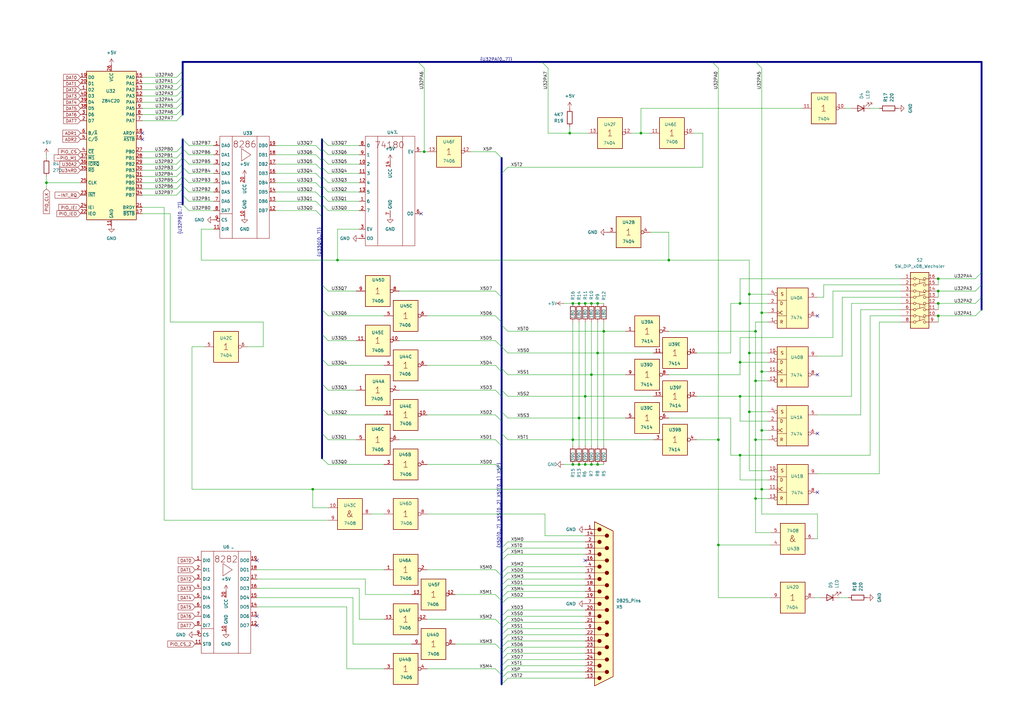
<source format=kicad_sch>
(kicad_sch (version 20250114) (generator "eeschema") (generator_version "9.0")
  (paper "A3")
  (title_block (title "ASP-K8071") (date "2025-07-06") (rev "1") (company "Robotron") (comment 1 "Revision 1, 06.07.2025, Stefan Berndt"))
  (junction (at 237.49 171.45))
  (junction (at 237.49 190.5))
  (junction (at 303.53 186.69))
  (junction (at 309.88 156.21))
  (junction (at 312.42 152.4))
  (junction (at 384.81 119.38))
  (junction (at 247.65 135.89))
  (junction (at 242.57 153.67))
  (junction (at 312.42 128.27))
  (junction (at 303.53 124.46))
  (junction (at 234.95 190.5))
  (junction (at 384.81 114.3))
  (junction (at 384.81 129.54))
  (junction (at 303.53 162.56))
  (junction (at 240.03 162.56))
  (junction (at 309.88 135.89))
  (junction (at 245.11 124.46))
  (junction (at 312.42 200.66))
  (junction (at 233.68 54.61))
  (junction (at 309.88 204.47))
  (junction (at 274.32 106.68))
  (junction (at 303.53 148.59))
  (junction (at 173.99 62.23))
  (junction (at 307.34 168.91))
  (junction (at 294.64 180.34))
  (junction (at 307.34 120.65))
  (junction (at 307.34 144.78))
  (junction (at 240.03 124.46))
  (junction (at 234.95 124.46))
  (junction (at 245.11 144.78))
  (junction (at 19.05 74.93))
  (junction (at 128.27 200.66))
  (junction (at 294.64 223.52))
  (junction (at 312.42 176.53))
  (junction (at 237.49 124.46))
  (junction (at 240.03 190.5))
  (junction (at 309.88 180.34))
  (junction (at 242.57 124.46))
  (junction (at 234.95 180.34))
  (junction (at 242.57 190.5))
  (junction (at 384.81 124.46))
  (junction (at 245.11 190.5))
  (junction (at 262.89 54.61))
  (junction (at 138.43 106.68))
  (no_connect (at 105.41 229.87))
  (no_connect (at 335.28 153.67))
  (no_connect (at 105.41 252.73))
  (no_connect (at 335.28 201.93))
  (no_connect (at 58.42 57.15))
  (no_connect (at 335.28 177.8))
  (no_connect (at 172.72 87.63))
  (no_connect (at 58.42 54.61))
  (no_connect (at 105.41 256.54))
  (no_connect (at 335.28 129.54))
  (no_connect (at 240.03 229.87))
  (bus_entry (at 132.08 64.77) (size 2.54 2.54))
  (bus_entry (at 400.05 124.46) (size 2.54 -2.54))
  (bus_entry (at 203.2 243.84) (size 2.54 2.54))
  (bus_entry (at 72.39 62.23) (size 2.54 -2.54))
  (bus_entry (at 132.08 127) (size 2.54 2.54))
  (bus_entry (at 205.74 280.67) (size 2.54 -2.54))
  (bus_entry (at 72.39 41.91) (size 2.54 -2.54))
  (bus_entry (at 72.39 46.99) (size 2.54 -2.54))
  (bus_entry (at 132.08 187.96) (size 2.54 2.54))
  (bus_entry (at 205.74 245.11) (size 2.54 -2.54))
  (bus_entry (at 132.08 157.48) (size 2.54 2.54))
  (bus_entry (at 208.28 270.51) (size -2.54 2.54))
  (bus_entry (at 72.39 34.29) (size 2.54 -2.54))
  (bus_entry (at 132.08 147.32) (size 2.54 2.54))
  (bus_entry (at 208.28 262.89) (size -2.54 2.54))
  (bus_entry (at 205.74 177.8) (size 2.54 2.54))
  (bus_entry (at 132.08 57.15) (size 2.54 2.54))
  (bus_entry (at 203.2 180.34) (size 2.54 2.54))
  (bus_entry (at 312.42 27.94) (size -2.54 -2.54))
  (bus_entry (at 129.54 67.31) (size 2.54 2.54))
  (bus_entry (at 208.28 252.73) (size -2.54 2.54))
  (bus_entry (at 72.39 80.01) (size 2.54 -2.54))
  (bus_entry (at 400.05 114.3) (size 2.54 -2.54))
  (bus_entry (at 129.54 82.55) (size 2.54 2.54))
  (bus_entry (at 208.28 250.19) (size -2.54 2.54))
  (bus_entry (at 129.54 63.5) (size 2.54 2.54))
  (bus_entry (at 74.93 72.39) (size 2.54 2.54))
  (bus_entry (at 400.05 129.54) (size 2.54 -2.54))
  (bus_entry (at 129.54 71.12) (size 2.54 2.54))
  (bus_entry (at 208.28 234.95) (size -2.54 2.54))
  (bus_entry (at 208.28 265.43) (size -2.54 2.54))
  (bus_entry (at 205.74 224.79) (size 2.54 -2.54))
  (bus_entry (at 132.08 72.39) (size 2.54 2.54))
  (bus_entry (at 205.74 229.87) (size 2.54 -2.54))
  (bus_entry (at 203.2 160.02) (size 2.54 2.54))
  (bus_entry (at 132.08 116.84) (size 2.54 2.54))
  (bus_entry (at 208.28 240.03) (size -2.54 2.54))
  (bus_entry (at 203.2 139.7) (size 2.54 2.54))
  (bus_entry (at 72.39 69.85) (size 2.54 -2.54))
  (bus_entry (at 132.08 83.82) (size 2.54 2.54))
  (bus_entry (at 129.54 78.74) (size 2.54 2.54))
  (bus_entry (at 173.99 27.94) (size -2.54 -2.54))
  (bus_entry (at 74.93 64.77) (size 2.54 2.54))
  (bus_entry (at 203.2 119.38) (size 2.54 2.54))
  (bus_entry (at 74.93 68.58) (size 2.54 2.54))
  (bus_entry (at 203.2 264.16) (size 2.54 2.54))
  (bus_entry (at 74.93 76.2) (size 2.54 2.54))
  (bus_entry (at 72.39 77.47) (size 2.54 -2.54))
  (bus_entry (at 72.39 36.83) (size 2.54 -2.54))
  (bus_entry (at 222.25 25.4) (size 2.54 2.54))
  (bus_entry (at 132.08 80.01) (size 2.54 2.54))
  (bus_entry (at 205.74 168.91) (size 2.54 2.54))
  (bus_entry (at 205.74 151.13) (size 2.54 2.54))
  (bus_entry (at 72.39 49.53) (size 2.54 -2.54))
  (bus_entry (at 208.28 245.11) (size -2.54 2.54))
  (bus_entry (at 132.08 60.96) (size 2.54 2.54))
  (bus_entry (at 208.28 260.35) (size -2.54 2.54))
  (bus_entry (at 129.54 86.36) (size 2.54 2.54))
  (bus_entry (at 203.2 149.86) (size 2.54 2.54))
  (bus_entry (at 208.28 267.97) (size -2.54 2.54))
  (bus_entry (at 132.08 177.8) (size 2.54 2.54))
  (bus_entry (at 203.2 233.68) (size 2.54 2.54))
  (bus_entry (at 205.74 133.35) (size 2.54 2.54))
  (bus_entry (at 74.93 83.82) (size 2.54 2.54))
  (bus_entry (at 208.28 224.79) (size -2.54 2.54))
  (bus_entry (at 203.2 170.18) (size 2.54 2.54))
  (bus_entry (at 72.39 67.31) (size 2.54 -2.54))
  (bus_entry (at 74.93 57.15) (size 2.54 2.54))
  (bus_entry (at 208.28 257.81) (size -2.54 2.54))
  (bus_entry (at 129.54 59.69) (size 2.54 2.54))
  (bus_entry (at 72.39 44.45) (size 2.54 -2.54))
  (bus_entry (at 203.2 274.32) (size 2.54 2.54))
  (bus_entry (at 74.93 80.01) (size 2.54 2.54))
  (bus_entry (at 203.2 62.23) (size 2.54 2.54))
  (bus_entry (at 72.39 39.37) (size 2.54 -2.54))
  (bus_entry (at 400.05 119.38) (size 2.54 -2.54))
  (bus_entry (at 132.08 76.2) (size 2.54 2.54))
  (bus_entry (at 205.74 71.12) (size 2.54 -2.54))
  (bus_entry (at 205.74 142.24) (size 2.54 2.54))
  (bus_entry (at 74.93 60.96) (size 2.54 2.54))
  (bus_entry (at 132.08 68.58) (size 2.54 2.54))
  (bus_entry (at 205.74 160.02) (size 2.54 2.54))
  (bus_entry (at 205.74 234.95) (size 2.54 -2.54))
  (bus_entry (at 72.39 31.75) (size 2.54 -2.54))
  (bus_entry (at 208.28 275.59) (size -2.54 2.54))
  (bus_entry (at 72.39 74.93) (size 2.54 -2.54))
  (bus_entry (at 129.54 74.93) (size 2.54 2.54))
  (bus_entry (at 205.74 240.03) (size 2.54 -2.54))
  (bus_entry (at 72.39 64.77) (size 2.54 -2.54))
  (bus_entry (at 72.39 72.39) (size 2.54 -2.54))
  (bus_entry (at 132.08 167.64) (size 2.54 2.54))
  (bus_entry (at 203.2 190.5) (size 2.54 2.54))
  (bus_entry (at 203.2 129.54) (size 2.54 2.54))
  (bus_entry (at 132.08 137.16) (size 2.54 2.54))
  (bus_entry (at 292.1 25.4) (size 2.54 2.54))
  (bus_entry (at 208.28 255.27) (size -2.54 2.54))
  (bus_entry (at 208.28 273.05) (size -2.54 2.54))
  (bus_entry (at 203.2 254) (size 2.54 2.54))
  (wire (pts (xy 58.42 34.29) (xy 72.39 34.29)))
  (wire (pts (xy 334.01 245.11) (xy 336.55 245.11)))
  (wire (pts (xy 113.03 86.36) (xy 129.54 86.36)))
  (wire (pts (xy 175.26 190.5) (xy 203.2 190.5)))
  (wire (pts (xy 77.47 63.5) (xy 87.63 63.5)))
  (wire (pts (xy 134.62 170.18) (xy 157.48 170.18)))
  (wire (pts (xy 87.63 93.98) (xy 82.55 93.98)))
  (wire (pts (xy 157.48 274.32) (xy 142.24 274.32)))
  (bus (pts (xy 205.74 237.49) (xy 205.74 240.03)) (stroke (width 0.762)))
  (wire (pts (xy 245.11 190.5) (xy 247.65 190.5)))
  (wire (pts (xy 234.95 180.34) (xy 234.95 182.88)))
  (wire (pts (xy 314.96 172.72) (xy 303.53 172.72)))
  (bus (pts (xy 205.74 229.87) (xy 205.74 234.95)) (stroke (width 0.762)))
  (wire (pts (xy 309.88 218.44) (xy 309.88 204.47)))
  (wire (pts (xy 186.69 264.16) (xy 203.2 264.16)))
  (wire (pts (xy 237.49 132.08) (xy 237.49 171.45)))
  (wire (pts (xy 349.25 162.56) (xy 303.53 162.56)))
  (wire (pts (xy 163.83 160.02) (xy 203.2 160.02)))
  (bus (pts (xy 74.93 60.96) (xy 74.93 62.23)) (stroke (width 0.762)))
  (wire (pts (xy 233.68 52.07) (xy 233.68 54.61)))
  (bus (pts (xy 205.74 227.33) (xy 205.74 229.87)) (stroke (width 0.762)))
  (wire (pts (xy 303.53 148.59) (xy 314.96 148.59)))
  (bus (pts (xy 132.08 81.28) (xy 132.08 83.82)) (stroke (width 0.762)))
  (wire (pts (xy 58.42 67.31) (xy 72.39 67.31)))
  (wire (pts (xy 58.42 39.37) (xy 72.39 39.37)))
  (wire (pts (xy 240.03 270.51) (xy 208.28 270.51)))
  (wire (pts (xy 294.64 245.11) (xy 294.64 223.52)))
  (wire (pts (xy 149.86 237.49) (xy 149.86 243.84)))
  (bus (pts (xy 132.08 85.09) (xy 132.08 88.9)) (stroke (width 0.762)))
  (wire (pts (xy 142.24 274.32) (xy 142.24 248.92)))
  (wire (pts (xy 234.95 124.46) (xy 237.49 124.46)))
  (wire (pts (xy 337.82 116.84) (xy 337.82 121.92)))
  (wire (pts (xy 314.96 180.34) (xy 309.88 180.34)))
  (wire (pts (xy 113.03 82.55) (xy 129.54 82.55)))
  (wire (pts (xy 77.47 74.93) (xy 87.63 74.93)))
  (wire (pts (xy 175.26 129.54) (xy 203.2 129.54)))
  (wire (pts (xy 259.08 54.61) (xy 262.89 54.61)))
  (wire (pts (xy 303.53 114.3) (xy 303.53 124.46)))
  (bus (pts (xy 205.74 257.81) (xy 205.74 260.35)) (stroke (width 0.762)))
  (bus (pts (xy 205.74 234.95) (xy 205.74 236.22)) (stroke (width 0.762)))
  (wire (pts (xy 369.57 121.92) (xy 345.44 121.92)))
  (wire (pts (xy 175.26 210.82) (xy 223.52 210.82)))
  (wire (pts (xy 237.49 171.45) (xy 256.54 171.45)))
  (bus (pts (xy 309.88 25.4) (xy 402.59 25.4)) (stroke (width 0.762)))
  (wire (pts (xy 233.68 54.61) (xy 241.3 54.61)))
  (wire (pts (xy 113.03 63.5) (xy 129.54 63.5)))
  (wire (pts (xy 175.26 170.18) (xy 203.2 170.18)))
  (bus (pts (xy 205.74 142.24) (xy 205.74 151.13)) (stroke (width 0.762)))
  (bus (pts (xy 74.93 41.91) (xy 74.93 39.37)) (stroke (width 0.762)))
  (wire (pts (xy 58.42 62.23) (xy 72.39 62.23)))
  (wire (pts (xy 186.69 243.84) (xy 203.2 243.84)))
  (wire (pts (xy 294.64 27.94) (xy 294.64 180.34)))
  (bus (pts (xy 74.93 72.39) (xy 74.93 69.85)) (stroke (width 0.762)))
  (wire (pts (xy 312.42 200.66) (xy 314.96 200.66)))
  (wire (pts (xy 360.68 132.08) (xy 360.68 194.31)))
  (wire (pts (xy 240.03 132.08) (xy 240.03 162.56)))
  (wire (pts (xy 307.34 168.91) (xy 314.96 168.91)))
  (wire (pts (xy 307.34 168.91) (xy 307.34 193.04)))
  (wire (pts (xy 312.42 152.4) (xy 312.42 176.53)))
  (wire (pts (xy 134.62 190.5) (xy 157.48 190.5)))
  (wire (pts (xy 307.34 120.65) (xy 307.34 144.78)))
  (wire (pts (xy 58.42 64.77) (xy 72.39 64.77)))
  (wire (pts (xy 242.57 190.5) (xy 245.11 190.5)))
  (bus (pts (xy 132.08 64.77) (xy 132.08 66.04)) (stroke (width 0.762)))
  (wire (pts (xy 223.52 219.71) (xy 240.03 219.71)))
  (wire (pts (xy 369.57 114.3) (xy 303.53 114.3)))
  (wire (pts (xy 356.87 186.69) (xy 303.53 186.69)))
  (wire (pts (xy 175.26 274.32) (xy 203.2 274.32)))
  (wire (pts (xy 303.53 138.43) (xy 303.53 148.59)))
  (wire (pts (xy 314.96 144.78) (xy 307.34 144.78)))
  (wire (pts (xy 303.53 153.67) (xy 274.32 153.67)))
  (wire (pts (xy 113.03 59.69) (xy 129.54 59.69)))
  (wire (pts (xy 369.57 127) (xy 353.06 127)))
  (wire (pts (xy 337.82 116.84) (xy 369.57 116.84)))
  (bus (pts (xy 74.93 57.15) (xy 74.93 59.69)) (stroke (width 0.762)))
  (wire (pts (xy 134.62 139.7) (xy 146.05 139.7)))
  (bus (pts (xy 171.45 25.4) (xy 222.25 25.4)) (stroke (width 0.762)))
  (wire (pts (xy 134.62 71.12) (xy 147.32 71.12)))
  (wire (pts (xy 134.62 119.38) (xy 146.05 119.38)))
  (wire (pts (xy 208.28 237.49) (xy 240.03 237.49)))
  (wire (pts (xy 237.49 171.45) (xy 237.49 182.88)))
  (wire (pts (xy 144.78 245.11) (xy 144.78 264.16)))
  (wire (pts (xy 58.42 41.91) (xy 72.39 41.91)))
  (wire (pts (xy 134.62 160.02) (xy 146.05 160.02)))
  (wire (pts (xy 240.03 255.27) (xy 208.28 255.27)))
  (wire (pts (xy 274.32 95.25) (xy 274.32 106.68)))
  (bus (pts (xy 132.08 157.48) (xy 132.08 167.64)) (stroke (width 0.762)))
  (wire (pts (xy 208.28 227.33) (xy 240.03 227.33)))
  (bus (pts (xy 205.74 262.89) (xy 205.74 265.43)) (stroke (width 0.762)))
  (wire (pts (xy 299.72 186.69) (xy 299.72 171.45)))
  (wire (pts (xy 245.11 144.78) (xy 267.97 144.78)))
  (wire (pts (xy 262.89 44.45) (xy 262.89 54.61)))
  (bus (pts (xy 205.74 71.12) (xy 205.74 121.92)) (stroke (width 0.762)))
  (bus (pts (xy 132.08 137.16) (xy 132.08 147.32)) (stroke (width 0.762)))
  (wire (pts (xy 237.49 190.5) (xy 240.03 190.5)))
  (bus (pts (xy 205.74 182.88) (xy 205.74 177.8)) (stroke (width 0.762)))
  (wire (pts (xy 299.72 124.46) (xy 303.53 124.46)))
  (wire (pts (xy 134.62 67.31) (xy 147.32 67.31)))
  (wire (pts (xy 384.81 119.38) (xy 400.05 119.38)))
  (wire (pts (xy 19.05 74.93) (xy 33.02 74.93)))
  (wire (pts (xy 77.47 71.12) (xy 87.63 71.12)))
  (wire (pts (xy 312.42 200.66) (xy 312.42 210.82)))
  (wire (pts (xy 384.81 114.3) (xy 384.81 116.84)))
  (wire (pts (xy 312.42 27.94) (xy 312.42 128.27)))
  (wire (pts (xy 303.53 186.69) (xy 299.72 186.69)))
  (wire (pts (xy 369.57 124.46) (xy 349.25 124.46)))
  (wire (pts (xy 72.39 44.45) (xy 58.42 44.45)))
  (wire (pts (xy 208.28 180.34) (xy 234.95 180.34)))
  (wire (pts (xy 77.47 82.55) (xy 87.63 82.55)))
  (wire (pts (xy 312.42 176.53) (xy 314.96 176.53)))
  (wire (pts (xy 173.99 27.94) (xy 173.99 62.23)))
  (wire (pts (xy 303.53 162.56) (xy 303.53 172.72)))
  (wire (pts (xy 240.03 162.56) (xy 240.03 182.88)))
  (wire (pts (xy 231.14 124.46) (xy 234.95 124.46)))
  (wire (pts (xy 19.05 77.47) (xy 19.05 74.93)))
  (wire (pts (xy 240.03 124.46) (xy 242.57 124.46)))
  (wire (pts (xy 134.62 74.93) (xy 147.32 74.93)))
  (wire (pts (xy 208.28 222.25) (xy 240.03 222.25)))
  (wire (pts (xy 208.28 242.57) (xy 240.03 242.57)))
  (bus (pts (xy 74.93 36.83) (xy 74.93 34.29)) (stroke (width 0.762)))
  (wire (pts (xy 316.23 245.11) (xy 294.64 245.11)))
  (bus (pts (xy 205.74 273.05) (xy 205.74 275.59)) (stroke (width 0.762)))
  (wire (pts (xy 240.03 273.05) (xy 208.28 273.05)))
  (wire (pts (xy 240.03 267.97) (xy 208.28 267.97)))
  (wire (pts (xy 353.06 170.18) (xy 335.28 170.18)))
  (wire (pts (xy 82.55 106.68) (xy 138.43 106.68)))
  (bus (pts (xy 205.74 260.35) (xy 205.74 262.89)) (stroke (width 0.762)))
  (bus (pts (xy 74.93 76.2) (xy 74.93 74.93)) (stroke (width 0.762)))
  (wire (pts (xy 134.62 213.36) (xy 67.31 213.36)))
  (bus (pts (xy 132.08 88.9) (xy 132.08 116.84)) (stroke (width 0.762)))
  (bus (pts (xy 292.1 25.4) (xy 309.88 25.4)) (stroke (width 0.762)))
  (wire (pts (xy 274.32 135.89) (xy 309.88 135.89)))
  (bus (pts (xy 205.74 256.54) (xy 205.74 257.81)) (stroke (width 0.762)))
  (wire (pts (xy 231.14 190.5) (xy 234.95 190.5)))
  (bus (pts (xy 74.93 29.21) (xy 74.93 25.4)) (stroke (width 0.762)))
  (bus (pts (xy 132.08 77.47) (xy 132.08 80.01)) (stroke (width 0.762)))
  (bus (pts (xy 74.93 69.85) (xy 74.93 68.58)) (stroke (width 0.762)))
  (wire (pts (xy 240.03 262.89) (xy 208.28 262.89)))
  (wire (pts (xy 337.82 121.92) (xy 335.28 121.92)))
  (wire (pts (xy 307.34 120.65) (xy 314.96 120.65)))
  (wire (pts (xy 163.83 139.7) (xy 203.2 139.7)))
  (bus (pts (xy 132.08 66.04) (xy 132.08 68.58)) (stroke (width 0.762)))
  (wire (pts (xy 307.34 106.68) (xy 307.34 120.65)))
  (wire (pts (xy 77.47 59.69) (xy 87.63 59.69)))
  (bus (pts (xy 132.08 57.15) (xy 132.08 60.96)) (stroke (width 0.762)))
  (bus (pts (xy 205.74 121.92) (xy 205.74 132.08)) (stroke (width 0.762)))
  (wire (pts (xy 299.72 144.78) (xy 285.75 144.78)))
  (wire (pts (xy 77.47 78.74) (xy 87.63 78.74)))
  (bus (pts (xy 205.74 267.97) (xy 205.74 270.51)) (stroke (width 0.762)))
  (wire (pts (xy 58.42 74.93) (xy 72.39 74.93)))
  (wire (pts (xy 307.34 193.04) (xy 314.96 193.04)))
  (wire (pts (xy 346.71 44.45) (xy 349.25 44.45)))
  (wire (pts (xy 309.88 180.34) (xy 309.88 156.21)))
  (bus (pts (xy 74.93 31.75) (xy 74.93 29.21)) (stroke (width 0.762)))
  (wire (pts (xy 335.28 210.82) (xy 335.28 220.98)))
  (wire (pts (xy 356.87 129.54) (xy 356.87 186.69)))
  (wire (pts (xy 134.62 78.74) (xy 147.32 78.74)))
  (wire (pts (xy 349.25 124.46) (xy 349.25 162.56)))
  (wire (pts (xy 193.04 62.23) (xy 203.2 62.23)))
  (bus (pts (xy 205.74 172.72) (xy 205.74 177.8)) (stroke (width 0.762)))
  (wire (pts (xy 152.4 210.82) (xy 157.48 210.82)))
  (wire (pts (xy 69.85 132.08) (xy 107.95 132.08)))
  (wire (pts (xy 344.17 245.11) (xy 347.98 245.11)))
  (wire (pts (xy 173.99 62.23) (xy 172.72 62.23)))
  (bus (pts (xy 132.08 76.2) (xy 132.08 77.47)) (stroke (width 0.762)))
  (bus (pts (xy 205.74 168.91) (xy 205.74 172.72)) (stroke (width 0.762)))
  (wire (pts (xy 82.55 93.98) (xy 82.55 106.68)))
  (wire (pts (xy 240.03 245.11) (xy 208.28 245.11)))
  (wire (pts (xy 175.26 254) (xy 203.2 254)))
  (wire (pts (xy 224.79 54.61) (xy 233.68 54.61)))
  (bus (pts (xy 205.74 236.22) (xy 205.74 237.49)) (stroke (width 0.762)))
  (bus (pts (xy 132.08 73.66) (xy 132.08 76.2)) (stroke (width 0.762)))
  (bus (pts (xy 74.93 39.37) (xy 74.93 36.83)) (stroke (width 0.762)))
  (bus (pts (xy 205.74 276.86) (xy 205.74 278.13)) (stroke (width 0.762)))
  (bus (pts (xy 74.93 80.01) (xy 74.93 77.47)) (stroke (width 0.762)))
  (wire (pts (xy 128.27 208.28) (xy 134.62 208.28)))
  (wire (pts (xy 240.03 260.35) (xy 208.28 260.35)))
  (bus (pts (xy 132.08 72.39) (xy 132.08 73.66)) (stroke (width 0.762)))
  (wire (pts (xy 134.62 129.54) (xy 157.48 129.54)))
  (wire (pts (xy 384.81 129.54) (xy 400.05 129.54)))
  (bus (pts (xy 205.74 152.4) (xy 205.74 151.13)) (stroke (width 0.762)))
  (wire (pts (xy 242.57 153.67) (xy 242.57 182.88)))
  (bus (pts (xy 205.74 270.51) (xy 205.74 273.05)) (stroke (width 0.762)))
  (bus (pts (xy 74.93 80.01) (xy 74.93 83.82)) (stroke (width 0.762)))
  (wire (pts (xy 240.03 224.79) (xy 208.28 224.79)))
  (wire (pts (xy 294.64 223.52) (xy 316.23 223.52)))
  (wire (pts (xy 223.52 210.82) (xy 223.52 219.71)))
  (wire (pts (xy 58.42 31.75) (xy 72.39 31.75)))
  (wire (pts (xy 113.03 71.12) (xy 129.54 71.12)))
  (wire (pts (xy 105.41 233.68) (xy 157.48 233.68)))
  (wire (pts (xy 19.05 72.39) (xy 19.05 74.93)))
  (bus (pts (xy 132.08 80.01) (xy 132.08 81.28)) (stroke (width 0.762)))
  (wire (pts (xy 341.63 138.43) (xy 303.53 138.43)))
  (wire (pts (xy 384.81 119.38) (xy 384.81 121.92)))
  (wire (pts (xy 208.28 171.45) (xy 237.49 171.45)))
  (wire (pts (xy 208.28 135.89) (xy 247.65 135.89)))
  (bus (pts (xy 205.74 278.13) (xy 205.74 280.67)) (stroke (width 0.762)))
  (wire (pts (xy 147.32 254) (xy 147.32 241.3)))
  (bus (pts (xy 402.59 116.84) (xy 402.59 121.92)) (stroke (width 0.762)))
  (wire (pts (xy 274.32 106.68) (xy 307.34 106.68)))
  (bus (pts (xy 132.08 177.8) (xy 132.08 187.96)) (stroke (width 0.762)))
  (wire (pts (xy 242.57 153.67) (xy 256.54 153.67)))
  (wire (pts (xy 314.96 128.27) (xy 312.42 128.27)))
  (wire (pts (xy 208.28 162.56) (xy 240.03 162.56)))
  (bus (pts (xy 205.74 275.59) (xy 205.74 276.86)) (stroke (width 0.762)))
  (wire (pts (xy 128.27 200.66) (xy 128.27 208.28)))
  (bus (pts (xy 402.59 25.4) (xy 402.59 111.76)) (stroke (width 0.762)))
  (wire (pts (xy 369.57 132.08) (xy 360.68 132.08)))
  (wire (pts (xy 307.34 144.78) (xy 307.34 168.91)))
  (bus (pts (xy 74.93 46.99) (xy 74.93 44.45)) (stroke (width 0.762)))
  (wire (pts (xy 224.79 54.61) (xy 224.79 27.94)))
  (wire (pts (xy 113.03 78.74) (xy 129.54 78.74)))
  (bus (pts (xy 74.93 67.31) (xy 74.93 64.77)) (stroke (width 0.762)))
  (wire (pts (xy 312.42 152.4) (xy 314.96 152.4)))
  (wire (pts (xy 299.72 124.46) (xy 299.72 144.78)))
  (wire (pts (xy 105.41 245.11) (xy 144.78 245.11)))
  (wire (pts (xy 240.03 275.59) (xy 208.28 275.59)))
  (wire (pts (xy 309.88 218.44) (xy 316.23 218.44)))
  (wire (pts (xy 58.42 87.63) (xy 69.85 87.63)))
  (wire (pts (xy 58.42 36.83) (xy 72.39 36.83)))
  (bus (pts (xy 132.08 68.58) (xy 132.08 69.85)) (stroke (width 0.762)))
  (bus (pts (xy 74.93 68.58) (xy 74.93 67.31)) (stroke (width 0.762)))
  (bus (pts (xy 132.08 116.84) (xy 132.08 127)) (stroke (width 0.762)))
  (wire (pts (xy 240.03 265.43) (xy 208.28 265.43)))
  (bus (pts (xy 74.93 34.29) (xy 74.93 31.75)) (stroke (width 0.762)))
  (bus (pts (xy 132.08 127) (xy 132.08 137.16)) (stroke (width 0.762)))
  (wire (pts (xy 134.62 149.86) (xy 157.48 149.86)))
  (bus (pts (xy 74.93 25.4) (xy 171.45 25.4)) (stroke (width 0.762)))
  (wire (pts (xy 384.81 124.46) (xy 384.81 127)))
  (wire (pts (xy 83.82 142.24) (xy 78.74 142.24)))
  (wire (pts (xy 242.57 132.08) (xy 242.57 153.67)))
  (wire (pts (xy 341.63 119.38) (xy 341.63 138.43)))
  (wire (pts (xy 134.62 59.69) (xy 147.32 59.69)))
  (wire (pts (xy 247.65 135.89) (xy 256.54 135.89)))
  (bus (pts (xy 205.74 133.35) (xy 205.74 142.24)) (stroke (width 0.762)))
  (bus (pts (xy 205.74 162.56) (xy 205.74 168.91)) (stroke (width 0.762)))
  (wire (pts (xy 345.44 146.05) (xy 335.28 146.05)))
  (bus (pts (xy 205.74 242.57) (xy 205.74 245.11)) (stroke (width 0.762)))
  (bus (pts (xy 205.74 193.04) (xy 205.74 224.79)) (stroke (width 0.762)))
  (wire (pts (xy 384.81 124.46) (xy 400.05 124.46)))
  (wire (pts (xy 78.74 200.66) (xy 128.27 200.66)))
  (wire (pts (xy 208.28 153.67) (xy 242.57 153.67)))
  (wire (pts (xy 294.64 223.52) (xy 294.64 180.34)))
  (bus (pts (xy 205.74 252.73) (xy 205.74 255.27)) (stroke (width 0.762)))
  (bus (pts (xy 205.74 160.02) (xy 205.74 152.4)) (stroke (width 0.762)))
  (wire (pts (xy 58.42 49.53) (xy 72.39 49.53)))
  (wire (pts (xy 147.32 241.3) (xy 105.41 241.3)))
  (wire (pts (xy 247.65 135.89) (xy 247.65 182.88)))
  (wire (pts (xy 138.43 106.68) (xy 274.32 106.68)))
  (bus (pts (xy 74.93 74.93) (xy 74.93 72.39)) (stroke (width 0.762)))
  (wire (pts (xy 309.88 135.89) (xy 309.88 132.08)))
  (wire (pts (xy 157.48 254) (xy 147.32 254)))
  (wire (pts (xy 245.11 124.46) (xy 247.65 124.46)))
  (wire (pts (xy 113.03 74.93) (xy 129.54 74.93)))
  (bus (pts (xy 132.08 60.96) (xy 132.08 62.23)) (stroke (width 0.762)))
  (wire (pts (xy 208.28 144.78) (xy 245.11 144.78)))
  (wire (pts (xy 328.93 44.45) (xy 262.89 44.45)))
  (bus (pts (xy 132.08 62.23) (xy 132.08 64.77)) (stroke (width 0.762)))
  (wire (pts (xy 240.03 190.5) (xy 242.57 190.5)))
  (wire (pts (xy 356.87 44.45) (xy 360.68 44.45)))
  (wire (pts (xy 384.81 114.3) (xy 400.05 114.3)))
  (bus (pts (xy 132.08 69.85) (xy 132.08 72.39)) (stroke (width 0.762)))
  (wire (pts (xy 19.05 63.5) (xy 19.05 64.77)))
  (bus (pts (xy 132.08 167.64) (xy 132.08 177.8)) (stroke (width 0.762)))
  (wire (pts (xy 58.42 85.09) (xy 67.31 85.09)))
  (wire (pts (xy 149.86 243.84) (xy 168.91 243.84)))
  (wire (pts (xy 309.88 156.21) (xy 309.88 135.89)))
  (bus (pts (xy 205.74 255.27) (xy 205.74 256.54)) (stroke (width 0.762)))
  (wire (pts (xy 78.74 142.24) (xy 78.74 200.66)))
  (bus (pts (xy 402.59 121.92) (xy 402.59 127)) (stroke (width 0.762)))
  (bus (pts (xy 402.59 111.76) (xy 402.59 116.84)) (stroke (width 0.762)))
  (wire (pts (xy 242.57 124.46) (xy 245.11 124.46)))
  (wire (pts (xy 58.42 69.85) (xy 72.39 69.85)))
  (wire (pts (xy 312.42 210.82) (xy 335.28 210.82)))
  (wire (pts (xy 175.26 233.68) (xy 203.2 233.68)))
  (wire (pts (xy 312.42 176.53) (xy 312.42 200.66)))
  (wire (pts (xy 134.62 180.34) (xy 146.05 180.34)))
  (wire (pts (xy 303.53 162.56) (xy 285.75 162.56)))
  (wire (pts (xy 335.28 220.98) (xy 334.01 220.98)))
  (wire (pts (xy 113.03 67.31) (xy 129.54 67.31)))
  (wire (pts (xy 314.96 196.85) (xy 303.53 196.85)))
  (wire (pts (xy 58.42 77.47) (xy 72.39 77.47)))
  (wire (pts (xy 69.85 87.63) (xy 69.85 132.08)))
  (wire (pts (xy 58.42 80.01) (xy 72.39 80.01)))
  (wire (pts (xy 247.65 132.08) (xy 247.65 135.89)))
  (wire (pts (xy 240.03 234.95) (xy 208.28 234.95)))
  (wire (pts (xy 163.83 180.34) (xy 203.2 180.34)))
  (wire (pts (xy 208.28 232.41) (xy 240.03 232.41)))
  (bus (pts (xy 74.93 59.69) (xy 74.93 60.96)) (stroke (width 0.762)))
  (bus (pts (xy 205.74 160.02) (xy 205.74 162.56)) (stroke (width 0.762)))
  (wire (pts (xy 294.64 180.34) (xy 285.75 180.34)))
  (wire (pts (xy 234.95 132.08) (xy 234.95 180.34)))
  (wire (pts (xy 303.53 148.59) (xy 303.53 153.67)))
  (wire (pts (xy 240.03 252.73) (xy 208.28 252.73)))
  (wire (pts (xy 309.88 180.34) (xy 309.88 204.47)))
  (wire (pts (xy 245.11 132.08) (xy 245.11 144.78)))
  (bus (pts (xy 205.74 246.38) (xy 205.74 247.65)) (stroke (width 0.762)))
  (wire (pts (xy 369.57 129.54) (xy 356.87 129.54)))
  (wire (pts (xy 128.27 200.66) (xy 312.42 200.66)))
  (wire (pts (xy 77.47 67.31) (xy 87.63 67.31)))
  (wire (pts (xy 234.95 190.5) (xy 237.49 190.5)))
  (bus (pts (xy 205.74 247.65) (xy 205.74 252.73)) (stroke (width 0.762)))
  (wire (pts (xy 369.57 119.38) (xy 341.63 119.38)))
  (wire (pts (xy 134.62 86.36) (xy 147.32 86.36)))
  (bus (pts (xy 74.93 64.77) (xy 74.93 62.23)) (stroke (width 0.762)))
  (wire (pts (xy 77.47 86.36) (xy 87.63 86.36)))
  (wire (pts (xy 309.88 132.08) (xy 314.96 132.08)))
  (wire (pts (xy 299.72 171.45) (xy 274.32 171.45)))
  (wire (pts (xy 163.83 119.38) (xy 203.2 119.38)))
  (wire (pts (xy 175.26 149.86) (xy 203.2 149.86)))
  (wire (pts (xy 312.42 128.27) (xy 312.42 152.4)))
  (wire (pts (xy 353.06 127) (xy 353.06 170.18)))
  (wire (pts (xy 107.95 142.24) (xy 101.6 142.24)))
  (bus (pts (xy 205.74 64.77) (xy 205.74 71.12)) (stroke (width 0.762)))
  (bus (pts (xy 222.25 25.4) (xy 292.1 25.4)) (stroke (width 0.762)))
  (wire (pts (xy 288.29 54.61) (xy 288.29 68.58)))
  (bus (pts (xy 74.93 77.47) (xy 74.93 76.2)) (stroke (width 0.762)))
  (bus (pts (xy 74.93 44.45) (xy 74.93 41.91)) (stroke (width 0.762)))
  (wire (pts (xy 134.62 63.5) (xy 147.32 63.5)))
  (bus (pts (xy 205.74 224.79) (xy 205.74 227.33)) (stroke (width 0.762)))
  (bus (pts (xy 205.74 193.04) (xy 205.74 182.88)) (stroke (width 0.762)))
  (bus (pts (xy 205.74 132.08) (xy 205.74 133.35)) (stroke (width 0.762)))
  (bus (pts (xy 205.74 266.7) (xy 205.74 267.97)) (stroke (width 0.762)))
  (wire (pts (xy 58.42 46.99) (xy 72.39 46.99)))
  (wire (pts (xy 284.48 54.61) (xy 288.29 54.61)))
  (wire (pts (xy 58.42 72.39) (xy 72.39 72.39)))
  (wire (pts (xy 360.68 194.31) (xy 335.28 194.31)))
  (wire (pts (xy 142.24 248.92) (xy 105.41 248.92)))
  (bus (pts (xy 205.74 240.03) (xy 205.74 242.57)) (stroke (width 0.762)))
  (wire (pts (xy 240.03 240.03) (xy 208.28 240.03)))
  (wire (pts (xy 314.96 156.21) (xy 309.88 156.21)))
  (wire (pts (xy 175.26 62.23) (xy 173.99 62.23)))
  (bus (pts (xy 205.74 245.11) (xy 205.74 246.38)) (stroke (width 0.762)))
  (wire (pts (xy 345.44 121.92) (xy 345.44 146.05)))
  (wire (pts (xy 314.96 204.47) (xy 309.88 204.47)))
  (wire (pts (xy 266.7 95.25) (xy 274.32 95.25)))
  (wire (pts (xy 240.03 250.19) (xy 208.28 250.19)))
  (wire (pts (xy 134.62 82.55) (xy 147.32 82.55)))
  (wire (pts (xy 240.03 162.56) (xy 267.97 162.56)))
  (wire (pts (xy 208.28 278.13) (xy 240.03 278.13)))
  (wire (pts (xy 138.43 93.98) (xy 138.43 106.68)))
  (wire (pts (xy 67.31 85.09) (xy 67.31 213.36)))
  (wire (pts (xy 107.95 132.08) (xy 107.95 142.24)))
  (bus (pts (xy 132.08 147.32) (xy 132.08 157.48)) (stroke (width 0.762)))
  (wire (pts (xy 288.29 68.58) (xy 208.28 68.58)))
  (wire (pts (xy 147.32 93.98) (xy 138.43 93.98)))
  (bus (pts (xy 132.08 83.82) (xy 132.08 85.09)) (stroke (width 0.762)))
  (wire (pts (xy 105.41 237.49) (xy 149.86 237.49)))
  (wire (pts (xy 245.11 144.78) (xy 245.11 182.88)))
  (wire (pts (xy 237.49 124.46) (xy 240.03 124.46)))
  (wire (pts (xy 234.95 180.34) (xy 267.97 180.34)))
  (wire (pts (xy 144.78 264.16) (xy 168.91 264.16)))
  (wire (pts (xy 262.89 54.61) (xy 266.7 54.61)))
  (wire (pts (xy 240.03 257.81) (xy 208.28 257.81)))
  (wire (pts (xy 303.53 124.46) (xy 314.96 124.46)))
  (bus (pts (xy 205.74 265.43) (xy 205.74 266.7)) (stroke (width 0.762)))
  (wire (pts (xy 384.81 129.54) (xy 384.81 132.08)))
  (wire (pts (xy 303.53 196.85) (xy 303.53 186.69)))
  (label "X5M3" (at 201.93 264.16 180))
  (label "U33Q4" (at 128.27 71.12 180))
  (label "U33Q7" (at 128.27 59.69 180))
  (label "U33Q7" (at 135.89 119.38 0))
  (label "X5D6" (at 209.55 265.43 0))
  (label "X5D4" (at 209.55 255.27 0))
  (label "X5M1" (at 209.55 227.33 0))
  (label "U32PB7" (at 78.74 59.69 0))
  (label "X5T1" (at 209.55 273.05 0))
  (label "U32PB7" (at 71.12 80.01 180))
  (label "X5T2" (at 209.55 68.58 0))
  (label "U33Q1" (at 128.27 82.55 180))
  (label "U33Q3" (at 128.27 74.93 180))
  (label "X5D7" (at 201.93 119.38 180))
  (label "X5T0" (at 209.55 224.79 0))
  (label "X5S1" (at 212.09 153.67 0))
  (label "U32PB3" (at 71.12 69.85 180))
  (label "X5D6" (at 201.93 129.54 180))
  (label "U32PA1" (at 398.78 129.54 180))
  (label "U32PA4" (at 398.78 114.3 180))
  (label "X5S2" (at 209.55 262.89 0))
  (label "U32PB6" (at 71.12 77.47 180))
  (label "U32PA3" (at 71.12 39.37 180))
  (label "U33Q7" (at 135.89 59.69 0))
  (label "U33Q3" (at 135.89 74.93 0))
  (label "U32PA7" (at 71.12 49.53 180))
  (label "U33Q3" (at 135.89 160.02 0))
  (label "X5M1" (at 201.93 243.84 180))
  (label "U33Q2" (at 135.89 78.74 0))
  (label "U32PB0" (at 78.74 86.36 0))
  (label "U33Q5" (at 128.27 67.31 180))
  (label "X5D5" (at 201.93 139.7 180))
  (label "U32PB4" (at 78.74 71.12 0))
  (label "X5D4" (at 201.93 149.86 180))
  (label "X5D1" (at 201.93 180.34 180))
  (label "X5D1" (at 209.55 240.03 0))
  (label "U33Q1" (at 135.89 180.34 0))
  (label "U32PA2" (at 398.78 124.46 180))
  (label "U32PB4" (at 71.12 72.39 180))
  (label "U33Q4" (at 135.89 71.12 0))
  (label "X5M4" (at 209.55 242.57 0))
  (label "X5T2" (at 209.55 278.13 0))
  (label "U32PA7" (at 224.79 29.21 270))
  (label "{U32PB[0..7]}" (at 74.93 82.55 270))
  (label "{U32PA[0..7]}" (at 196.85 25.4 0))
  (label "U32PA4" (at 71.12 41.91 180))
  (label "U32PB2" (at 78.74 78.74 0))
  (label "X5D5" (at 209.55 260.35 0))
  (label "U32PA0" (at 71.12 31.75 180))
  (label "X5S3" (at 212.09 171.45 0))
  (label "X5M4" (at 201.93 274.32 180))
  (label "X5T0" (at 212.09 135.89 0))
  (label "X5D0" (at 201.93 190.5 180))
  (label "U33Q5" (at 135.89 139.7 0))
  (label "X5M3" (at 209.55 237.49 0))
  (label "X5D3" (at 201.93 160.02 180))
  (label "X5M0" (at 201.93 233.68 180))
  (label "X5S1" (at 209.55 257.81 0))
  (label "X5S3" (at 209.55 267.97 0))
  (label "X5D2" (at 209.55 245.11 0))
  (label "X5D3" (at 209.55 250.19 0))
  (label "X5S0" (at 212.09 144.78 0))
  (label "X5M2" (at 209.55 232.41 0))
  (label "U32PB1" (at 71.12 64.77 180))
  (label "U32PA5" (at 71.12 44.45 180))
  (label "U33Q2" (at 135.89 170.18 0))
  (label "U32PB6" (at 78.74 63.5 0))
  (label "X5P" (at 209.55 275.59 0))
  (label "X5T1" (at 212.09 180.34 0))
  (label "U32PB3" (at 78.74 74.93 0))
  (label "U32PA6" (at 71.12 46.99 180))
  (label "U32PA1" (at 71.12 34.29 180))
  (label "U33Q0" (at 135.89 86.36 0))
  (label "U32PB5" (at 71.12 74.93 180))
  (label "U32PB2" (at 71.12 67.31 180))
  (label "U32PB0" (at 71.12 62.23 180))
  (label "U33Q2" (at 128.27 78.74 180))
  (label "U33Q1" (at 135.89 82.55 0))
  (label "{X5D[0..7] X5S[0..2] X5T[0..1] X5P}" (at 205.74 224.79 90))
  (label "X5S2" (at 212.09 162.56 0))
  (label "U32PA5" (at 312.42 29.21 270))
  (label "U32PA6" (at 173.99 29.21 270))
  (label "U33Q0" (at 135.89 190.5 0))
  (label "U33Q6" (at 128.27 63.5 180))
  (label "X5P" (at 201.93 62.23 180))
  (label "U32PA2" (at 71.12 36.83 180))
  (label "U33Q6" (at 135.89 63.5 0))
  (label "{U33Q[0..7]}" (at 132.08 105.41 90))
  (label "U33Q0" (at 128.27 86.36 180))
  (label "X5S0" (at 209.55 252.73 0))
  (label "X5D7" (at 209.55 270.51 0))
  (label "U32PB5" (at 78.74 67.31 0))
  (label "X5M0" (at 209.55 222.25 0))
  (label "X5M2" (at 201.93 254 180))
  (label "U33Q6" (at 135.89 129.54 0))
  (label "U33Q5" (at 135.89 67.31 0))
  (label "U32PA3" (at 398.78 119.38 180))
  (label "U32PB1" (at 78.74 82.55 0))
  (label "X5D2" (at 201.93 170.18 180))
  (label "U32PA0" (at 294.64 29.21 270))
  (label "X5D0" (at 209.55 234.95 0))
  (label "U33Q4" (at 135.89 149.86 0))
  (global_label "DAT0" (shape input) (at 33.02 31.75 180) (property "Intersheetrefs" "${INTERSHEET_REFS}" (effects (hide yes))))
  (global_label "DAT1" (shape input) (at 33.02 34.29 180) (property "Intersheetrefs" "${INTERSHEET_REFS}" (effects (hide yes))))
  (global_label "DAT5" (shape input) (at 33.02 44.45 180) (property "Intersheetrefs" "${INTERSHEET_REFS}" (effects (hide yes))))
  (global_label "DAT3" (shape input) (at 80.01 241.3 180) (property "Intersheetrefs" "${INTERSHEET_REFS}" (effects (hide yes))))
  (global_label "U30A2" (shape input) (at 33.02 67.31 180) (property "Intersheetrefs" "${INTERSHEET_REFS}" (effects (hide yes))))
  (global_label "DAT4" (shape input) (at 80.01 245.11 180) (property "Intersheetrefs" "${INTERSHEET_REFS}" (effects (hide yes))))
  (global_label "DAT4" (shape input) (at 33.02 41.91 180) (property "Intersheetrefs" "${INTERSHEET_REFS}" (effects (hide yes))))
  (global_label "ADR1" (shape input) (at 33.02 54.61 180) (property "Intersheetrefs" "${INTERSHEET_REFS}" (effects (hide yes))))
  (global_label "DAT3" (shape input) (at 33.02 39.37 180) (property "Intersheetrefs" "${INTERSHEET_REFS}" (effects (hide yes))))
  (global_label "PIO_IEI" (shape input) (at 33.02 85.09 180) (property "Intersheetrefs" "${INTERSHEET_REFS}" (effects (hide yes))))
  (global_label "DAT6" (shape input) (at 80.01 252.73 180) (property "Intersheetrefs" "${INTERSHEET_REFS}" (effects (hide yes))))
  (global_label "PIO_CS" (shape input) (at 33.02 62.23 180) (property "Intersheetrefs" "${INTERSHEET_REFS}" (effects (hide yes))))
  (global_label "ADR2" (shape input) (at 33.02 57.15 180) (property "Intersheetrefs" "${INTERSHEET_REFS}" (effects (hide yes))))
  (global_label "DAT0" (shape input) (at 80.01 229.87 180) (property "Intersheetrefs" "${INTERSHEET_REFS}" (effects (hide yes))))
  (global_label "DAT2" (shape input) (at 80.01 237.49 180) (property "Intersheetrefs" "${INTERSHEET_REFS}" (effects (hide yes))))
  (global_label "DAT1" (shape input) (at 80.01 233.68 180) (property "Intersheetrefs" "${INTERSHEET_REFS}" (effects (hide yes))))
  (global_label "DAT6" (shape input) (at 33.02 46.99 180) (property "Intersheetrefs" "${INTERSHEET_REFS}" (effects (hide yes))))
  (global_label "U34RD" (shape input) (at 33.02 69.85 180) (property "Intersheetrefs" "${INTERSHEET_REFS}" (effects (hide yes))))
  (global_label "PIO_IEO" (shape input) (at 33.02 87.63 180) (property "Intersheetrefs" "${INTERSHEET_REFS}" (effects (hide yes))))
  (global_label "DAT2" (shape input) (at 33.02 36.83 180) (property "Intersheetrefs" "${INTERSHEET_REFS}" (effects (hide yes))))
  (global_label "-PIO_M1" (shape input) (at 33.02 64.77 180) (property "Intersheetrefs" "${INTERSHEET_REFS}" (effects (hide yes))))
  (global_label "-INT_RQ" (shape input) (at 33.02 80.01 180) (property "Intersheetrefs" "${INTERSHEET_REFS}" (effects (hide yes))))
  (global_label "DAT5" (shape input) (at 80.01 248.92 180) (property "Intersheetrefs" "${INTERSHEET_REFS}" (effects (hide yes))))
  (global_label "DAT7" (shape input) (at 33.02 49.53 180) (property "Intersheetrefs" "${INTERSHEET_REFS}" (effects (hide yes))))
  (global_label "PIO_CS_2" (shape input) (at 80.01 264.16 180) (property "Intersheetrefs" "${INTERSHEET_REFS}" (effects (hide yes))))
  (global_label "DAT7" (shape input) (at 80.01 256.54 180) (property "Intersheetrefs" "${INTERSHEET_REFS}" (effects (hide yes))))
  (global_label "PIO_CLK" (shape input) (at 19.05 77.47 270) (property "Intersheetrefs" "${INTERSHEET_REFS}" (effects (hide yes))))
  (symbol (lib_id "Robotron_Symbole:7414") (at 265.43 135.89 0) (unit 1)
    (property "Reference" "U39" (at 265.43 132.08 0))
    (property "Value" "7414" (at 265.43 139.954 0))
    (property "Footprint" "Package_DIP:DIP-14_W7.62mm" (effects (hide yes)))
  )
  (symbol (lib_id "Robotron_Symbole:7404") (at 250.19 54.61 0) (unit 6)
    (property "Reference" "U42" (at 250.19 51.054 0))
    (property "Value" "7404" (at 249.936 58.674 0))
    (property "Footprint" "Package_DIP:DIP-14_W7.62mm" (effects (hide yes)))
  )
  (symbol (lib_id "power:GND") (at 240.03 247.65 270) (mirror x) (unit 1)
    (property "Reference" "#PWR044" (effects (hide yes)))
    (property "Value" "GND" (at 236.22 247.6499 90) (effects (justify right)))
    (property "Description" "Power symbol creates a global label with name \"GND\" , ground" (effects (hide yes)))
  )
  (symbol (lib_id "Device:R") (at 240.03 186.69 0) (unit 1)
    (property "Reference" "R6" (at 239.776 195.834 90) (effects (justify left)))
    (property "Value" "390" (at 240.03 189.23 90) (effects (justify left)))
    (property "Footprint" "Resistor_THT:R_Axial_DIN0207_L6.3mm_D2.5mm_P10.16mm_Horizontal" (effects (hide yes)))
    (property "Description" "Resistor" (effects (hide yes)))
  )
  (symbol (lib_id "Robotron_Symbole:7474") (at 323.85 172.72 0) (unit 1)
    (property "Reference" "U41" (at 326.644 171.196 0))
    (property "Value" "7474" (at 326.644 178.054 0))
    (property "Footprint" "Package_DIP:DIP-14_W7.62mm" (effects (hide yes)))
  )
  (symbol (lib_id "Device:R") (at 240.03 128.27 180) (unit 1)
    (property "Reference" "R11" (at 240.03 119.126 90) (effects (justify left)))
    (property "Value" "180" (at 240.03 126.746 90) (effects (justify left)))
    (property "Footprint" "Resistor_THT:R_Axial_DIN0207_L6.3mm_D2.5mm_P10.16mm_Horizontal" (effects (hide yes)))
    (property "Description" "Resistor" (effects (hide yes)))
  )
  (symbol (lib_id "power:GND") (at 92.71 259.08 0) (unit 1)
    (property "Reference" "#PWR0151" (effects (hide yes)))
    (property "Value" "GND" (at 92.71 264.16 0))
    (property "Description" "Power symbol creates a global label with name \"GND\" , ground" (effects (hide yes)))
  )
  (symbol (lib_id "Device:R") (at 364.49 44.45 90) (unit 1)
    (property "Reference" "R17" (at 363.2199 41.91 0) (effects (justify left)))
    (property "Value" "220" (at 365.7599 41.91 0) (effects (justify left)))
    (property "Footprint" "Resistor_THT:R_Axial_DIN0207_L6.3mm_D2.5mm_P10.16mm_Horizontal" (effects (hide yes)))
    (property "Description" "Resistor" (effects (hide yes)))
  )
  (symbol (lib_id "Device:R") (at 237.49 186.69 180) (unit 1)
    (property "Reference" "R13" (at 237.49 192.024 90) (effects (justify left)))
    (property "Value" "390" (at 237.49 185.42 90) (effects (justify left)))
    (property "Footprint" "Resistor_THT:R_Axial_DIN0207_L6.3mm_D2.5mm_P10.16mm_Horizontal" (effects (hide yes)))
    (property "Description" "Resistor" (effects (hide yes)))
  )
  (symbol (lib_id "Robotron_Symbole:7474") (at 323.85 196.85 0) (unit 2)
    (property "Reference" "U41" (at 326.898 195.326 0))
    (property "Value" "7474" (at 326.898 202.184 0))
    (property "Footprint" "Package_DIP:DIP-14_W7.62mm" (effects (hide yes)))
  )
  (symbol (lib_id "Robotron_Symbole:7406") (at 166.37 233.68 0) (unit 1)
    (property "Reference" "U46" (at 166.116 229.87 0))
    (property "Value" "7406" (at 166.37 237.236 0))
    (property "Footprint" "Package_DIP:DIP-14_W7.62mm" (effects (hide yes)))
  )
  (symbol (lib_id "Robotron_Symbole:7406") (at 166.37 274.32 0) (unit 2)
    (property "Reference" "U44" (at 166.116 270.51 0))
    (property "Value" "7406" (at 166.624 277.876 0))
    (property "Footprint" "Package_DIP:DIP-14_W7.62mm" (effects (hide yes)))
  )
  (symbol (lib_id "Robotron_Symbole:8282") (at 80.01 229.87 0) (unit 1)
    (property "Reference" "U6" (at 91.44 224.282 0) (effects (justify left)))
    (property "Value" "~" (at 94.8533 224.79 0) (effects (justify left)))
    (property "Footprint" "Package_DIP:DIP-20_W7.62mm" (effects (hide yes)))
  )
  (symbol (lib_id "Robotron_Symbole:SW_DIP_x08_Wechsler") (at 377.19 124.46 0) (unit 1)
    (property "Reference" "S2" (at 377.19 106.68 0))
    (property "Value" "SW_DIP_x08_Wechsler" (at 377.19 109.22 0))
    (property "Footprint" "Package_DIP:DIP-16_W7.62mm" (effects (hide yes)))
    (property "Description" "8x DIP Switch, Single Pole Single Throw (SPST) switch, small symbol" (effects (hide yes)))
  )
  (symbol (lib_id "Device:LED") (at 340.36 245.11 180) (unit 1)
    (property "Reference" "D5" (at 340.6774 241.3 90) (effects (justify right)))
    (property "Value" "LED" (at 343.2174 241.3 90) (effects (justify right)))
    (property "Footprint" "LED_THT:LED_D3.0mm_Clear" (effects (hide yes)))
    (property "Description" "Light emitting diode" (effects (hide yes)))
    (property "Sim.Pins" "1=K 2=A" (effects (hide yes)))
  )
  (symbol (lib_id "Robotron_Symbole:7406") (at 154.94 139.7 0) (unit 5)
    (property "Reference" "U45" (at 154.94 136.398 0))
    (property "Value" "7406" (at 154.94 143.764 0))
    (property "Footprint" "Package_DIP:DIP-14_W7.62mm" (effects (hide yes)))
  )
  (symbol (lib_id "Device:R") (at 234.95 128.27 0) (unit 1)
    (property "Reference" "R16" (at 234.95 123.19 90) (effects (justify left)))
    (property "Value" "180" (at 234.95 130.81 90) (effects (justify left)))
    (property "Footprint" "Resistor_THT:R_Axial_DIN0207_L6.3mm_D2.5mm_P10.16mm_Horizontal" (effects (hide yes)))
    (property "Description" "Resistor" (effects (hide yes)))
  )
  (symbol (lib_id "Robotron_Symbole:7406") (at 154.94 119.38 0) (unit 4)
    (property "Reference" "U45" (at 155.194 114.808 0))
    (property "Value" "7406" (at 154.94 123.444 0))
    (property "Footprint" "Package_DIP:DIP-14_W7.62mm" (effects (hide yes)))
  )
  (symbol (lib_id "Robotron_Symbole:7404") (at 325.12 245.11 0) (unit 4)
    (property "Reference" "U42" (at 325.12 240.792 0))
    (property "Value" "7404" (at 324.866 249.174 0))
    (property "Footprint" "Package_DIP:DIP-14_W7.62mm" (effects (hide yes)))
  )
  (symbol (lib_id "Robotron_Symbole:7404") (at 257.81 95.25 0) (unit 2)
    (property "Reference" "U42" (at 257.81 91.186 0))
    (property "Value" "7404" (at 257.81 99.06 0))
    (property "Footprint" "Package_DIP:DIP-14_W7.62mm" (effects (hide yes)))
  )
  (symbol (lib_id "power:GND") (at 100.33 88.9 0) (unit 1)
    (property "Reference" "#PWR0142" (effects (hide yes)))
    (property "Value" "GND" (at 100.33 93.98 0))
    (property "Description" "Power symbol creates a global label with name \"GND\" , ground" (effects (hide yes)))
  )
  (symbol (lib_id "Robotron_Symbole:7406") (at 166.37 254 0) (unit 6)
    (property "Reference" "U44" (at 166.116 250.444 0))
    (property "Value" "7406" (at 166.116 257.556 0))
    (property "Footprint" "Package_DIP:DIP-14_W7.62mm" (effects (hide yes)))
  )
  (symbol (lib_id "power:GND") (at 147.32 97.79 270) (unit 1)
    (property "Reference" "#PWR0177" (effects (hide yes)))
    (property "Value" "GND" (at 143.51 97.7899 90) (effects (justify right)))
    (property "Description" "Power symbol creates a global label with name \"GND\" , ground" (effects (hide yes)))
  )
  (symbol (lib_id "Robotron_Symbole:7404") (at 92.71 142.24 0) (unit 3)
    (property "Reference" "U42" (at 92.71 138.684 0))
    (property "Value" "7404" (at 92.71 145.796 0))
    (property "Footprint" "Package_DIP:DIP-14_W7.62mm" (effects (hide yes)))
  )
  (symbol (lib_id "power:+5V") (at 231.14 124.46 90) (unit 1)
    (property "Reference" "#PWR033" (effects (hide yes)))
    (property "Value" "+5V" (at 228.6 124.4599 90) (effects (justify left)))
    (property "Description" "Power symbol creates a global label with name \"+5V\"" (effects (hide yes)))
  )
  (symbol (lib_id "Device:R") (at 234.95 186.69 180) (unit 1)
    (property "Reference" "R15" (at 234.95 192.024 90) (effects (justify left)))
    (property "Value" "390" (at 234.95 185.42 90) (effects (justify left)))
    (property "Footprint" "Resistor_THT:R_Axial_DIN0207_L6.3mm_D2.5mm_P10.16mm_Horizontal" (effects (hide yes)))
    (property "Description" "Resistor" (effects (hide yes)))
  )
  (symbol (lib_id "Robotron_Symbole:7414") (at 276.86 144.78 0) (unit 5)
    (property "Reference" "U39" (at 276.606 141.224 0))
    (property "Value" "7414" (at 276.606 149.098 0))
    (property "Footprint" "Package_DIP:DIP-14_W7.62mm" (effects (hide yes)))
  )
  (symbol (lib_id "Connector:DB25_Pins") (at 247.65 247.65 0) (mirror x) (unit 1)
    (property "Reference" "X5" (at 252.73 248.9201 0) (effects (justify left)))
    (property "Value" "DB25_Pins" (at 252.73 246.3801 0) (effects (justify left)))
    (property "Footprint" "Connector_Dsub:DSUB-25_Pins_Horizontal_P2.77x2.84mm_EdgePinOffset7.70mm_Housed_MountingHolesOffset9.12mm" (effects (hide yes)))
    (property "Description" "25-pin D-SUB connector, pins (male)" (effects (hide yes)))
  )
  (symbol (lib_id "Robotron_Symbole:7408") (at 325.12 220.98 0) (mirror x) (unit 2)
    (property "Reference" "U43" (at 325.374 225.044 0))
    (property "Value" "7408" (at 325.12 217.678 0))
    (property "Footprint" "Package_DIP:DIP-14_W7.62mm" (effects (hide yes)))
  )
  (symbol (lib_id "Robotron_Symbole:7474") (at 323.85 124.46 0) (unit 1)
    (property "Reference" "U40" (at 326.644 122.174 0))
    (property "Value" "7474" (at 326.644 130.302 0))
    (property "Footprint" "Package_DIP:DIP-14_W7.62mm" (effects (hide yes)))
  )
  (symbol (lib_id "Robotron_Symbole:7404") (at 337.82 44.45 0) (unit 5)
    (property "Reference" "U42" (at 337.566 40.386 0))
    (property "Value" "7404" (at 337.82 48.768 0))
    (property "Footprint" "Package_DIP:DIP-14_W7.62mm" (effects (hide yes)))
  )
  (symbol (lib_id "power:GND") (at 87.63 90.17 270) (unit 1)
    (property "Reference" "#PWR0176" (effects (hide yes)))
    (property "Value" "GND" (at 83.82 90.1699 90) (effects (justify right)))
    (property "Description" "Power symbol creates a global label with name \"GND\" , ground" (effects (hide yes)))
  )
  (symbol (lib_id "Robotron_Symbole:7406") (at 184.15 62.23 0) (unit 6)
    (property "Reference" "U46" (at 184.15 58.166 0))
    (property "Value" "7406" (at 184.15 66.04 0))
    (property "Footprint" "Package_DIP:DIP-14_W7.62mm" (effects (hide yes)))
  )
  (symbol (lib_id "Robotron_Symbole:7414") (at 276.86 180.34 0) (unit 2)
    (property "Reference" "U39" (at 276.86 176.276 0))
    (property "Value" "7414" (at 276.606 184.404 0))
    (property "Footprint" "Package_DIP:DIP-14_W7.62mm" (effects (hide yes)))
  )
  (symbol (lib_id "power:GND") (at 355.6 245.11 90) (unit 1)
    (property "Reference" "#PWR040" (effects (hide yes)))
    (property "Value" "GND" (at 360.68 245.11 0))
    (property "Description" "Power symbol creates a global label with name \"GND\" , ground" (effects (hide yes)))
  )
  (symbol (lib_id "power:GND") (at 45.72 92.71 0) (unit 1)
    (property "Reference" "#PWR0141" (effects (hide yes)))
    (property "Value" "GND" (at 45.72 97.79 0))
    (property "Description" "Power symbol creates a global label with name \"GND\" , ground" (effects (hide yes)))
  )
  (symbol (lib_id "power:+5V") (at 233.68 44.45 0) (unit 1)
    (property "Reference" "#PWR087" (effects (hide yes)))
    (property "Value" "+5V" (at 233.68 39.37 0))
    (property "Description" "Power symbol creates a global label with name \"+5V\"" (effects (hide yes)))
  )
  (symbol (lib_id "Device:R") (at 245.11 128.27 180) (unit 1)
    (property "Reference" "R9" (at 245.11 120.396 90) (effects (justify left)))
    (property "Value" "180" (at 245.11 126.746 90) (effects (justify left)))
    (property "Footprint" "Resistor_THT:R_Axial_DIN0207_L6.3mm_D2.5mm_P10.16mm_Horizontal" (effects (hide yes)))
    (property "Description" "Resistor" (effects (hide yes)))
  )
  (symbol (lib_id "Device:LED") (at 353.06 44.45 180) (unit 1)
    (property "Reference" "D4" (at 353.3774 40.64 90) (effects (justify right)))
    (property "Value" "LED" (at 355.9174 40.64 90) (effects (justify right)))
    (property "Footprint" "LED_THT:LED_D3.0mm_Clear" (effects (hide yes)))
    (property "Description" "Light emitting diode" (effects (hide yes)))
    (property "Sim.Pins" "1=K 2=A" (effects (hide yes)))
  )
  (symbol (lib_id "Robotron_Symbole:7406") (at 166.37 129.54 0) (unit 3)
    (property "Reference" "U45" (at 166.624 125.476 0))
    (property "Value" "7406" (at 166.116 133.35 0))
    (property "Footprint" "Package_DIP:DIP-14_W7.62mm" (effects (hide yes)))
  )
  (symbol (lib_id "Robotron_Symbole:8286") (at 87.63 59.69 0) (unit 1)
    (property "Reference" "U33" (at 99.568 54.61 0) (effects (justify left)))
    (property "Value" "~" (at 102.4733 54.61 0) (effects (justify left)))
    (property "Footprint" "Package_DIP:DIP-20_W7.62mm" (effects (hide yes)))
  )
  (symbol (lib_id "Robotron_Symbole:7406") (at 154.94 160.02 0) (unit 1)
    (property "Reference" "U44" (at 155.194 156.464 0))
    (property "Value" "7406" (at 154.686 163.576 0))
    (property "Footprint" "Package_DIP:DIP-14_W7.62mm" (effects (hide yes)))
  )
  (symbol (lib_id "power:+5V") (at 160.02 66.04 0) (unit 1)
    (property "Reference" "#PWR0120" (effects (hide yes)))
    (property "Value" "+5V" (at 160.02 60.96 0))
    (property "Description" "Power symbol creates a global label with name \"+5V\"" (effects (hide yes)))
  )
  (symbol (lib_id "Device:R") (at 242.57 128.27 180) (unit 1)
    (property "Reference" "R10" (at 242.57 119.126 90) (effects (justify left)))
    (property "Value" "180" (at 242.57 126.746 90) (effects (justify left)))
    (property "Footprint" "Resistor_THT:R_Axial_DIN0207_L6.3mm_D2.5mm_P10.16mm_Horizontal" (effects (hide yes)))
    (property "Description" "Resistor" (effects (hide yes)))
  )
  (symbol (lib_id "power:+5V") (at 45.72 26.67 0) (unit 1)
    (property "Reference" "#PWR0122" (effects (hide yes)))
    (property "Value" "+5V" (at 45.72 21.59 0))
    (property "Description" "Power symbol creates a global label with name \"+5V\"" (effects (hide yes)))
  )
  (symbol (lib_id "Robotron_Symbole:7406") (at 177.8 264.16 0) (unit 4)
    (property "Reference" "U44" (at 177.546 260.35 0))
    (property "Value" "7406" (at 177.8 268.224 0))
    (property "Footprint" "Package_DIP:DIP-14_W7.62mm" (effects (hide yes)))
  )
  (symbol (lib_id "Robotron_Symbole:7408") (at 143.51 210.82 0) (mirror x) (unit 3)
    (property "Reference" "U43" (at 143.51 207.264 0))
    (property "Value" "7408" (at 143.51 214.63 0))
    (property "Footprint" "Package_DIP:DIP-14_W7.62mm" (effects (hide yes)))
  )
  (symbol (lib_id "Robotron_Symbole:7414") (at 276.86 162.56 0) (unit 6)
    (property "Reference" "U39" (at 277.114 159.004 0))
    (property "Value" "7414" (at 276.86 166.37 0))
    (property "Footprint" "Package_DIP:DIP-14_W7.62mm" (effects (hide yes)))
  )
  (symbol (lib_id "power:+5V") (at 100.33 72.39 0) (unit 1)
    (property "Reference" "#PWR0121" (effects (hide yes)))
    (property "Value" "+5V" (at 100.33 67.31 0))
    (property "Description" "Power symbol creates a global label with name \"+5V\"" (effects (hide yes)))
  )
  (symbol (lib_id "Device:R") (at 351.79 245.11 90) (unit 1)
    (property "Reference" "R18" (at 350.5199 242.57 0) (effects (justify left)))
    (property "Value" "220" (at 353.0599 242.57 0) (effects (justify left)))
    (property "Footprint" "Resistor_THT:R_Axial_DIN0207_L6.3mm_D2.5mm_P10.16mm_Horizontal" (effects (hide yes)))
    (property "Description" "Resistor" (effects (hide yes)))
  )
  (symbol (lib_id "Device:R") (at 242.57 186.69 0) (unit 1)
    (property "Reference" "R7" (at 242.57 195.58 90) (effects (justify left)))
    (property "Value" "390" (at 242.57 189.23 90) (effects (justify left)))
    (property "Footprint" "Resistor_THT:R_Axial_DIN0207_L6.3mm_D2.5mm_P10.16mm_Horizontal" (effects (hide yes)))
    (property "Description" "Resistor" (effects (hide yes)))
  )
  (symbol (lib_id "power:GND") (at 368.3 44.45 90) (unit 1)
    (property "Reference" "#PWR039" (effects (hide yes)))
    (property "Value" "GND" (at 373.38 44.45 0))
    (property "Description" "Power symbol creates a global label with name \"GND\" , ground" (effects (hide yes)))
  )
  (symbol (lib_id "power:+5V") (at 19.05 63.5 0) (unit 1)
    (property "Reference" "#PWR019" (effects (hide yes)))
    (property "Value" "+5V" (at 19.05 58.42 0))
    (property "Description" "Power symbol creates a global label with name \"+5V\"" (effects (hide yes)))
  )
  (symbol (lib_id "Device:R") (at 237.49 128.27 0) (unit 1)
    (property "Reference" "R14" (at 237.49 123.19 90) (effects (justify left)))
    (property "Value" "180" (at 237.49 130.81 90) (effects (justify left)))
    (property "Footprint" "Resistor_THT:R_Axial_DIN0207_L6.3mm_D2.5mm_P10.16mm_Horizontal" (effects (hide yes)))
    (property "Description" "Resistor" (effects (hide yes)))
  )
  (symbol (lib_id "Device:R") (at 247.65 128.27 180) (unit 1)
    (property "Reference" "R12" (at 247.65 119.38 90) (effects (justify left)))
    (property "Value" "180" (at 247.65 126.746 90) (effects (justify left)))
    (property "Footprint" "Resistor_THT:R_Axial_DIN0207_L6.3mm_D2.5mm_P10.16mm_Horizontal" (effects (hide yes)))
    (property "Description" "Resistor" (effects (hide yes)))
  )
  (symbol (lib_id "power:GND") (at 80.01 260.35 270) (unit 1)
    (property "Reference" "#PWR0157" (effects (hide yes)))
    (property "Value" "GND" (at 76.2 260.3501 90) (effects (justify right)))
    (property "Description" "Power symbol creates a global label with name \"GND\" , ground" (effects (hide yes)))
  )
  (symbol (lib_id "Robotron_Symbole:7406") (at 166.37 149.86 0) (unit 3)
    (property "Reference" "U44" (at 166.37 146.304 0))
    (property "Value" "7406" (at 166.116 153.416 0))
    (property "Footprint" "Package_DIP:DIP-14_W7.62mm" (effects (hide yes)))
  )
  (symbol (lib_id "Robotron_Symbole:7414") (at 265.43 171.45 0) (unit 3)
    (property "Reference" "U39" (at 265.176 167.386 0))
    (property "Value" "7414" (at 265.176 175.26 0))
    (property "Footprint" "Package_DIP:DIP-14_W7.62mm" (effects (hide yes)))
  )
  (symbol (lib_id "Robotron_Symbole:7406") (at 166.37 170.18 0) (unit 5)
    (property "Reference" "U44" (at 166.37 166.624 0))
    (property "Value" "7406" (at 166.37 173.736 0))
    (property "Footprint" "Package_DIP:DIP-14_W7.62mm" (effects (hide yes)))
  )
  (symbol (lib_id "power:GND") (at 231.14 190.5 270) (unit 1)
    (property "Reference" "#PWR028" (effects (hide yes)))
    (property "Value" "GND" (at 228.6 190.4999 90) (effects (justify right)))
    (property "Description" "Power symbol creates a global label with name \"GND\" , ground" (effects (hide yes)))
  )
  (symbol (lib_id "Device:R") (at 233.68 48.26 180) (unit 1)
    (property "Reference" "R19" (at 231.14 49.5301 0) (effects (justify left)))
    (property "Value" "4K7" (at 231.14 46.9901 0) (effects (justify left)))
    (property "Footprint" "Resistor_THT:R_Axial_DIN0207_L6.3mm_D2.5mm_P10.16mm_Horizontal" (effects (hide yes)))
    (property "Description" "Resistor" (effects (hide yes)))
  )
  (symbol (lib_id "Robotron_Symbole:74180") (at 147.32 59.69 0) (unit 1)
    (property "Reference" "U47" (at 158.75 54.356 0) (effects (justify left)))
    (property "Value" "~" (at 162.1633 54.61 0) (effects (justify left)))
    (property "Footprint" "Package_DIP:DIP-14_W7.62mm" (effects (hide yes)))
  )
  (symbol (lib_id "Device:R") (at 245.11 186.69 0) (unit 1)
    (property "Reference" "R8" (at 245.11 195.58 90) (effects (justify left)))
    (property "Value" "390" (at 245.11 189.23 90) (effects (justify left)))
    (property "Footprint" "Resistor_THT:R_Axial_DIN0207_L6.3mm_D2.5mm_P10.16mm_Horizontal" (effects (hide yes)))
    (property "Description" "Resistor" (effects (hide yes)))
  )
  (symbol (lib_id "power:+5V") (at 92.71 242.57 0) (unit 1)
    (property "Reference" "#PWR0112" (effects (hide yes)))
    (property "Value" "+5V" (at 92.71 237.49 0))
    (property "Description" "Power symbol creates a global label with name \"+5V\"" (effects (hide yes)))
  )
  (symbol (lib_id "Robotron_Symbole:7474") (at 323.85 148.59 0) (unit 2)
    (property "Reference" "U40" (at 326.898 146.558 0))
    (property "Value" "7474" (at 326.644 153.924 0))
    (property "Footprint" "Package_DIP:DIP-14_W7.62mm" (effects (hide yes)))
  )
  (symbol (lib_id "power:GND") (at 160.02 88.9 0) (unit 1)
    (property "Reference" "#PWR0140" (effects (hide yes)))
    (property "Value" "GND" (at 160.02 93.98 0))
    (property "Description" "Power symbol creates a global label with name \"GND\" , ground" (effects (hide yes)))
  )
  (symbol (lib_id "Interface:Z84C20") (at 45.72 59.69 0) (unit 1)
    (property "Reference" "U32" (at 43.434 37.338 0) (effects (justify left)))
    (property "Value" "Z84C20" (at 41.656 41.402 0) (effects (justify left)))
    (property "Footprint" "Package_DIP:DIP-40_W15.24mm" (effects (hide yes)))
    (property "Datasheet" "https://www.zilog.com/appnotes_download.php?FromPage=DirectLink&dn=PS0180&ft=Product%20Specification%20(Data%20Sheet)%20%20&f=YUhSMGNEb3ZMM2QzZHk1NmFXeHZaeTVqYjIwdlpHOWpjeTk2T0RBdmNITXdNVGd3TG5Ca1pnPT0=" (effects (hide yes)))
    (property "Description" "Parallel I/O, CMOS, DIP-40" (effects (hide yes)))
  )
  (symbol (lib_id "Robotron_Symbole:7406") (at 154.94 180.34 0) (unit 3)
    (property "Reference" "U46" (at 154.94 176.022 0))
    (property "Value" "7406" (at 154.94 184.404 0))
    (property "Footprint" "Package_DIP:DIP-14_W7.62mm" (effects (hide yes)))
  )
  (symbol (lib_id "Device:R") (at 19.05 68.58 0) (unit 1)
    (property "Reference" "R4" (at 21.59 67.3099 0) (effects (justify left)))
    (property "Value" "270" (at 21.59 69.8499 0) (effects (justify left)))
    (property "Footprint" "Resistor_THT:R_Axial_DIN0207_L6.3mm_D2.5mm_P10.16mm_Horizontal" (effects (hide yes)))
    (property "Description" "Resistor" (effects (hide yes)))
  )
  (symbol (lib_id "Robotron_Symbole:7406") (at 177.8 243.84 0) (unit 6)
    (property "Reference" "U45" (at 178.054 239.776 0))
    (property "Value" "7406" (at 177.546 247.904 0))
    (property "Footprint" "Package_DIP:DIP-14_W7.62mm" (effects (hide yes)))
  )
  (symbol (lib_id "Robotron_Symbole:7414") (at 265.43 153.67 0) (unit 4)
    (property "Reference" "U39" (at 265.176 149.606 0))
    (property "Value" "7414" (at 265.176 157.734 0))
    (property "Footprint" "Package_DIP:DIP-14_W7.62mm" (effects (hide yes)))
  )
  (symbol (lib_id "Robotron_Symbole:7406") (at 166.37 210.82 0) (unit 4)
    (property "Reference" "U46" (at 166.37 206.502 0))
    (property "Value" "7406" (at 166.624 214.63 0))
    (property "Footprint" "Package_DIP:DIP-14_W7.62mm" (effects (hide yes)))
  )
  (symbol (lib_id "power:GND") (at 240.03 217.17 270) (mirror x) (unit 1)
    (property "Reference" "#PWR043" (effects (hide yes)))
    (property "Value" "GND" (at 236.22 217.1699 90) (effects (justify right)))
    (property "Description" "Power symbol creates a global label with name \"GND\" , ground" (effects (hide yes)))
  )
  (symbol (lib_id "Robotron_Symbole:7406") (at 275.59 54.61 0) (unit 5)
    (property "Reference" "U46" (at 275.082 51.054 0))
    (property "Value" "7406" (at 275.59 58.166 0))
    (property "Footprint" "Package_DIP:DIP-14_W7.62mm" (effects (hide yes)))
  )
  (symbol (lib_id "Device:R") (at 247.65 186.69 0) (unit 1)
    (property "Reference" "R5" (at 247.65 195.58 90) (effects (justify left)))
    (property "Value" "390" (at 247.65 189.23 90) (effects (justify left)))
    (property "Footprint" "Resistor_THT:R_Axial_DIN0207_L6.3mm_D2.5mm_P10.16mm_Horizontal" (effects (hide yes)))
    (property "Description" "Resistor" (effects (hide yes)))
  )
  (symbol (lib_id "Robotron_Symbole:7406") (at 166.37 190.5 0) (unit 2)
    (property "Reference" "U46" (at 166.116 186.436 0))
    (property "Value" "7406" (at 166.37 194.564 0))
    (property "Footprint" "Package_DIP:DIP-14_W7.62mm" (effects (hide yes)))
  )
  (symbol (lib_id "power:GND") (at 248.92 95.25 270) (unit 1)
    (property "Reference" "#PWR0186" (effects (hide yes)))
    (property "Value" "GND" (at 245.11 95.2499 90) (effects (justify right)))
    (property "Description" "Power symbol creates a global label with name \"GND\" , ground" (effects (hide yes)))
  )
)
</source>
